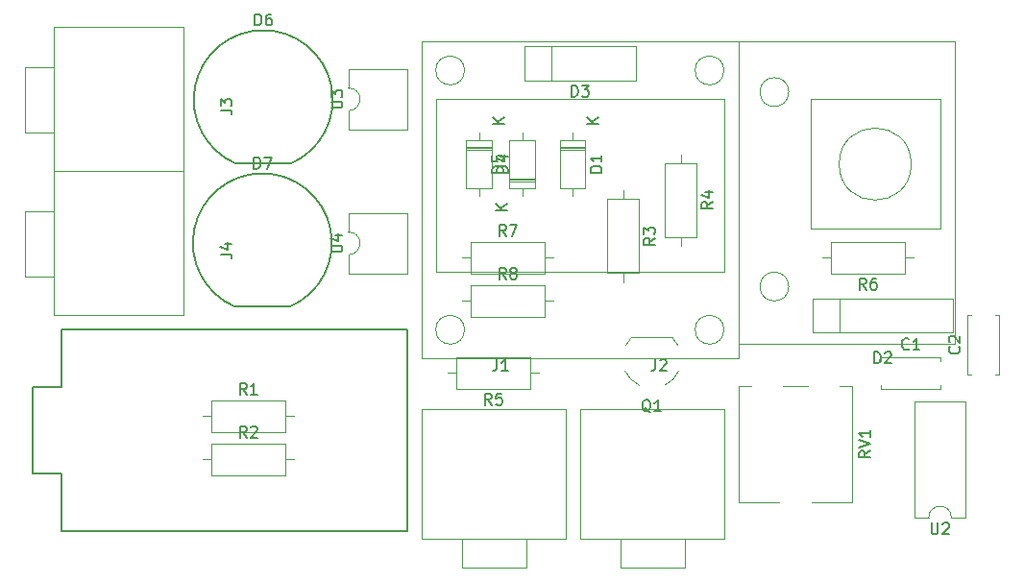
<source format=gbr>
G04 #@! TF.GenerationSoftware,KiCad,Pcbnew,5.1.2-f72e74a~84~ubuntu18.04.1*
G04 #@! TF.CreationDate,2019-05-20T21:08:09+03:00*
G04 #@! TF.ProjectId,manipulyator-v3 (2),6d616e69-7075-46c7-9961-746f722d7633,rev?*
G04 #@! TF.SameCoordinates,Original*
G04 #@! TF.FileFunction,Legend,Top*
G04 #@! TF.FilePolarity,Positive*
%FSLAX45Y45*%
G04 Gerber Fmt 4.5, Leading zero omitted, Abs format (unit mm)*
G04 Created by KiCad (PCBNEW 5.1.2-f72e74a~84~ubuntu18.04.1) date 2019-05-20 21:08:09*
%MOMM*%
%LPD*%
G04 APERTURE LIST*
%ADD10C,0.120000*%
%ADD11C,0.150000*%
G04 APERTURE END LIST*
D10*
X6811500Y2245500D02*
X8047500Y2245500D01*
X8047500Y2245500D02*
X8047500Y1945500D01*
X8047500Y1945500D02*
X6811500Y1945500D01*
X6811500Y1945500D02*
X6811500Y2245500D01*
X7048500Y2245500D02*
X7048500Y1945500D01*
X6159500Y1841500D02*
X6159500Y4508500D01*
X6159500Y4508500D02*
X8064500Y4508500D01*
X8064500Y4508500D02*
X8064500Y1841500D01*
X8064500Y1841500D02*
X6159500Y1841500D01*
X6794500Y4000500D02*
X7937500Y4000500D01*
X7937500Y4000500D02*
X7937500Y2857500D01*
X7937500Y2857500D02*
X6794500Y2857500D01*
X6794500Y2857500D02*
X6794500Y4000500D01*
X7683500Y3429000D02*
G75*
G03X7683500Y3429000I-317500J0D01*
G01*
X6604000Y2349500D02*
G75*
G03X6604000Y2349500I-127000J0D01*
G01*
X6604000Y4064000D02*
G75*
G03X6604000Y4064000I-127000J0D01*
G01*
D11*
X190500Y190500D02*
X3238500Y190500D01*
X190500Y190500D02*
X190500Y698500D01*
X190500Y698500D02*
X-63500Y698500D01*
X-63500Y698500D02*
X-63500Y1460500D01*
X-63500Y1460500D02*
X190500Y1460500D01*
X190500Y1460500D02*
X190500Y1968500D01*
X190500Y1968500D02*
X3238500Y1968500D01*
X3238500Y1968500D02*
X3238500Y190500D01*
D10*
X2724500Y2995500D02*
X2724500Y2830500D01*
X3244500Y2995500D02*
X2724500Y2995500D01*
X3244500Y2465500D02*
X3244500Y2995500D01*
X2724500Y2465500D02*
X3244500Y2465500D01*
X2724500Y2630500D02*
X2724500Y2465500D01*
X2724500Y2830500D02*
G75*
G02X2724500Y2630500I0J-100000D01*
G01*
X2724500Y4265500D02*
X2724500Y4100500D01*
X3244500Y4265500D02*
X2724500Y4265500D01*
X3244500Y3735500D02*
X3244500Y4265500D01*
X2724500Y3735500D02*
X3244500Y3735500D01*
X2724500Y3900500D02*
X2724500Y3735500D01*
X2724500Y4100500D02*
G75*
G02X2724500Y3900500I0J-100000D01*
G01*
X4531500Y2222500D02*
X4454500Y2222500D01*
X3723500Y2222500D02*
X3800500Y2222500D01*
X4454500Y2359500D02*
X3800500Y2359500D01*
X4454500Y2085500D02*
X4454500Y2359500D01*
X3800500Y2085500D02*
X4454500Y2085500D01*
X3800500Y2359500D02*
X3800500Y2085500D01*
X4531500Y2603500D02*
X4454500Y2603500D01*
X3723500Y2603500D02*
X3800500Y2603500D01*
X4454500Y2740500D02*
X3800500Y2740500D01*
X4454500Y2466500D02*
X4454500Y2740500D01*
X3800500Y2466500D02*
X4454500Y2466500D01*
X3800500Y2740500D02*
X3800500Y2466500D01*
X127000Y2438400D02*
X-127000Y2438400D01*
X127000Y3009900D02*
X127000Y2438400D01*
X-127000Y3009900D02*
X127000Y3009900D01*
X-127000Y2438400D02*
X-127000Y3009900D01*
X127000Y3365500D02*
X127000Y2095500D01*
X1270000Y3365500D02*
X127000Y3365500D01*
X1270000Y2095500D02*
X1270000Y3365500D01*
X127000Y2095500D02*
X1270000Y2095500D01*
X127000Y3708400D02*
X-127000Y3708400D01*
X127000Y4279900D02*
X127000Y3708400D01*
X-127000Y4279900D02*
X127000Y4279900D01*
X-127000Y3708400D02*
X-127000Y4279900D01*
X127000Y4635500D02*
X127000Y3365500D01*
X1270000Y4635500D02*
X127000Y4635500D01*
X1270000Y3365500D02*
X1270000Y4635500D01*
X127000Y3365500D02*
X1270000Y3365500D01*
X5689600Y127000D02*
X5689600Y-127000D01*
X5118100Y127000D02*
X5689600Y127000D01*
X5118100Y-127000D02*
X5118100Y127000D01*
X5689600Y-127000D02*
X5118100Y-127000D01*
X4762500Y127000D02*
X6032500Y127000D01*
X4762500Y1270000D02*
X4762500Y127000D01*
X6032500Y1270000D02*
X4762500Y1270000D01*
X6032500Y127000D02*
X6032500Y1270000D01*
D11*
X2204184Y2170791D02*
G75*
G03X1725500Y2170500I-239684J563710D01*
G01*
X2203500Y2170500D02*
X1725500Y2170500D01*
X2212184Y3432790D02*
G75*
G03X1733500Y3432500I-239684J563710D01*
G01*
X2211500Y3432500D02*
X1733500Y3432500D01*
D10*
X4635500Y127000D02*
X4635500Y1270000D01*
X4635500Y1270000D02*
X3365500Y1270000D01*
X3365500Y1270000D02*
X3365500Y127000D01*
X3365500Y127000D02*
X4635500Y127000D01*
X4292600Y-127000D02*
X3721100Y-127000D01*
X3721100Y-127000D02*
X3721100Y127000D01*
X3721100Y127000D02*
X4292600Y127000D01*
X4292600Y127000D02*
X4292600Y-127000D01*
X6521000Y448500D02*
X6161500Y448500D01*
X7165600Y448500D02*
X6806000Y448500D01*
X6271000Y1472500D02*
X6161500Y1472500D01*
X6770900Y1472500D02*
X6556000Y1472500D01*
X7165600Y1472500D02*
X7056100Y1472500D01*
X6161500Y1472500D02*
X6161500Y448500D01*
X7165600Y1472500D02*
X7165600Y448500D01*
X2245500Y1206500D02*
X2168500Y1206500D01*
X1437500Y1206500D02*
X1514500Y1206500D01*
X2168500Y1343500D02*
X1514500Y1343500D01*
X2168500Y1069500D02*
X2168500Y1343500D01*
X1514500Y1069500D02*
X2168500Y1069500D01*
X1514500Y1343500D02*
X1514500Y1069500D01*
X4811000Y3641000D02*
X4587000Y3641000D01*
X4587000Y3641000D02*
X4587000Y3217000D01*
X4587000Y3217000D02*
X4811000Y3217000D01*
X4811000Y3217000D02*
X4811000Y3641000D01*
X4699000Y3706000D02*
X4699000Y3641000D01*
X4699000Y3152000D02*
X4699000Y3217000D01*
X4811000Y3569000D02*
X4587000Y3569000D01*
X4811000Y3557000D02*
X4587000Y3557000D01*
X4811000Y3581000D02*
X4587000Y3581000D01*
X4271500Y4468000D02*
X5253500Y4468000D01*
X5253500Y4468000D02*
X5253500Y4168000D01*
X5253500Y4168000D02*
X4271500Y4168000D01*
X4271500Y4168000D02*
X4271500Y4468000D01*
X4508500Y4468000D02*
X4508500Y4168000D01*
X3365500Y1714500D02*
X6159500Y1714500D01*
X6159500Y1714500D02*
X6159500Y4508500D01*
X6159500Y4508500D02*
X3365500Y4508500D01*
X3365500Y4508500D02*
X3365500Y1714500D01*
X6032500Y1968500D02*
G75*
G03X6032500Y1968500I-127000J0D01*
G01*
X6032500Y4254500D02*
G75*
G03X6032500Y4254500I-127000J0D01*
G01*
X3746500Y4254500D02*
G75*
G03X3746500Y4254500I-127000J0D01*
G01*
X3746500Y1968500D02*
G75*
G03X3746500Y1968500I-127000J0D01*
G01*
X3492500Y4000500D02*
X6032500Y4000500D01*
X6032500Y4000500D02*
X6032500Y2476500D01*
X6032500Y2476500D02*
X3492500Y2476500D01*
X3492500Y2476500D02*
X3492500Y4000500D01*
X7941500Y1482000D02*
X7941500Y1450500D01*
X7941500Y1724500D02*
X7941500Y1693000D01*
X7417500Y1482000D02*
X7417500Y1450500D01*
X7417500Y1724500D02*
X7417500Y1693000D01*
X7417500Y1450500D02*
X7941500Y1450500D01*
X7417500Y1724500D02*
X7941500Y1724500D01*
X8181500Y1575500D02*
X8181500Y2099500D01*
X8455500Y1575500D02*
X8455500Y2099500D01*
X8181500Y1575500D02*
X8213000Y1575500D01*
X8424000Y1575500D02*
X8455500Y1575500D01*
X8181500Y2099500D02*
X8213000Y2099500D01*
X8424000Y2099500D02*
X8455500Y2099500D01*
X3985500Y3641000D02*
X3761500Y3641000D01*
X3761500Y3641000D02*
X3761500Y3217000D01*
X3761500Y3217000D02*
X3985500Y3217000D01*
X3985500Y3217000D02*
X3985500Y3641000D01*
X3873500Y3706000D02*
X3873500Y3641000D01*
X3873500Y3152000D02*
X3873500Y3217000D01*
X3985500Y3569000D02*
X3761500Y3569000D01*
X3985500Y3557000D02*
X3761500Y3557000D01*
X3985500Y3581000D02*
X3761500Y3581000D01*
X4142500Y3277000D02*
X4366500Y3277000D01*
X4142500Y3301000D02*
X4366500Y3301000D01*
X4142500Y3289000D02*
X4366500Y3289000D01*
X4254500Y3706000D02*
X4254500Y3641000D01*
X4254500Y3152000D02*
X4254500Y3217000D01*
X4142500Y3641000D02*
X4142500Y3217000D01*
X4366500Y3641000D02*
X4142500Y3641000D01*
X4366500Y3217000D02*
X4366500Y3641000D01*
X4142500Y3217000D02*
X4366500Y3217000D01*
X5577500Y1899500D02*
X5217500Y1899500D01*
X5629918Y1826779D02*
G75*
G03X5577500Y1899500I-232418J-112280D01*
G01*
X5634220Y1604116D02*
G75*
G02X5511500Y1479500I-236720J110384D01*
G01*
X5161954Y1604663D02*
G75*
G03X5286500Y1479500I235546J109837D01*
G01*
X5165082Y1826779D02*
G75*
G02X5217500Y1899500I232418J-112280D01*
G01*
X2245500Y825500D02*
X2168500Y825500D01*
X1437500Y825500D02*
X1514500Y825500D01*
X2168500Y962500D02*
X1514500Y962500D01*
X2168500Y688500D02*
X2168500Y962500D01*
X1514500Y688500D02*
X2168500Y688500D01*
X1514500Y962500D02*
X1514500Y688500D01*
X5280500Y3121000D02*
X5006500Y3121000D01*
X5006500Y3121000D02*
X5006500Y2467000D01*
X5006500Y2467000D02*
X5280500Y2467000D01*
X5280500Y2467000D02*
X5280500Y3121000D01*
X5143500Y3198000D02*
X5143500Y3121000D01*
X5143500Y2390000D02*
X5143500Y2467000D01*
X5651500Y2707500D02*
X5651500Y2784500D01*
X5651500Y3515500D02*
X5651500Y3438500D01*
X5788500Y2784500D02*
X5788500Y3438500D01*
X5514500Y2784500D02*
X5788500Y2784500D01*
X5514500Y3438500D02*
X5514500Y2784500D01*
X5788500Y3438500D02*
X5514500Y3438500D01*
X4327500Y1450500D02*
X4327500Y1724500D01*
X4327500Y1724500D02*
X3673500Y1724500D01*
X3673500Y1724500D02*
X3673500Y1450500D01*
X3673500Y1450500D02*
X4327500Y1450500D01*
X4404500Y1587500D02*
X4327500Y1587500D01*
X3596500Y1587500D02*
X3673500Y1587500D01*
X7629500Y2466500D02*
X7629500Y2740500D01*
X7629500Y2740500D02*
X6975500Y2740500D01*
X6975500Y2740500D02*
X6975500Y2466500D01*
X6975500Y2466500D02*
X7629500Y2466500D01*
X7706500Y2603500D02*
X7629500Y2603500D01*
X6898500Y2603500D02*
X6975500Y2603500D01*
X7837500Y311500D02*
G75*
G02X8037500Y311500I100000J0D01*
G01*
X8037500Y311500D02*
X8162500Y311500D01*
X8162500Y311500D02*
X8162500Y1339500D01*
X8162500Y1339500D02*
X7712500Y1339500D01*
X7712500Y1339500D02*
X7712500Y311500D01*
X7712500Y311500D02*
X7837500Y311500D01*
D11*
X7355690Y1673262D02*
X7355690Y1773262D01*
X7379500Y1773262D01*
X7393786Y1768500D01*
X7403309Y1758976D01*
X7408071Y1749452D01*
X7412833Y1730405D01*
X7412833Y1716119D01*
X7408071Y1697071D01*
X7403309Y1687548D01*
X7393786Y1678024D01*
X7379500Y1673262D01*
X7355690Y1673262D01*
X7450928Y1763738D02*
X7455690Y1768500D01*
X7465214Y1773262D01*
X7489024Y1773262D01*
X7498548Y1768500D01*
X7503309Y1763738D01*
X7508071Y1754214D01*
X7508071Y1744690D01*
X7503309Y1730405D01*
X7446167Y1673262D01*
X7508071Y1673262D01*
X2569738Y2654310D02*
X2650690Y2654310D01*
X2660214Y2659071D01*
X2664976Y2663833D01*
X2669738Y2673357D01*
X2669738Y2692405D01*
X2664976Y2701929D01*
X2660214Y2706690D01*
X2650690Y2711452D01*
X2569738Y2711452D01*
X2603071Y2801928D02*
X2669738Y2801928D01*
X2564976Y2778119D02*
X2636405Y2754310D01*
X2636405Y2816214D01*
X2569738Y3924309D02*
X2650690Y3924309D01*
X2660214Y3929071D01*
X2664976Y3933833D01*
X2669738Y3943357D01*
X2669738Y3962405D01*
X2664976Y3971928D01*
X2660214Y3976690D01*
X2650690Y3981452D01*
X2569738Y3981452D01*
X2569738Y4019548D02*
X2569738Y4081452D01*
X2607833Y4048119D01*
X2607833Y4062405D01*
X2612595Y4071928D01*
X2617357Y4076690D01*
X2626881Y4081452D01*
X2650690Y4081452D01*
X2660214Y4076690D01*
X2664976Y4071928D01*
X2669738Y4062405D01*
X2669738Y4033833D01*
X2664976Y4024309D01*
X2660214Y4019548D01*
X4110833Y2414262D02*
X4077500Y2461881D01*
X4053690Y2414262D02*
X4053690Y2514262D01*
X4091786Y2514262D01*
X4101309Y2509500D01*
X4106071Y2504738D01*
X4110833Y2495214D01*
X4110833Y2480929D01*
X4106071Y2471405D01*
X4101309Y2466643D01*
X4091786Y2461881D01*
X4053690Y2461881D01*
X4167976Y2471405D02*
X4158452Y2476167D01*
X4153690Y2480929D01*
X4148928Y2490452D01*
X4148928Y2495214D01*
X4153690Y2504738D01*
X4158452Y2509500D01*
X4167976Y2514262D01*
X4187024Y2514262D01*
X4196548Y2509500D01*
X4201310Y2504738D01*
X4206071Y2495214D01*
X4206071Y2490452D01*
X4201310Y2480929D01*
X4196548Y2476167D01*
X4187024Y2471405D01*
X4167976Y2471405D01*
X4158452Y2466643D01*
X4153690Y2461881D01*
X4148928Y2452357D01*
X4148928Y2433310D01*
X4153690Y2423786D01*
X4158452Y2419024D01*
X4167976Y2414262D01*
X4187024Y2414262D01*
X4196548Y2419024D01*
X4201310Y2423786D01*
X4206071Y2433310D01*
X4206071Y2452357D01*
X4201310Y2461881D01*
X4196548Y2466643D01*
X4187024Y2471405D01*
X4110833Y2795262D02*
X4077500Y2842881D01*
X4053690Y2795262D02*
X4053690Y2895262D01*
X4091786Y2895262D01*
X4101309Y2890500D01*
X4106071Y2885738D01*
X4110833Y2876214D01*
X4110833Y2861928D01*
X4106071Y2852405D01*
X4101309Y2847643D01*
X4091786Y2842881D01*
X4053690Y2842881D01*
X4144167Y2895262D02*
X4210833Y2895262D01*
X4167976Y2795262D01*
X1596238Y2633667D02*
X1667667Y2633667D01*
X1681952Y2628905D01*
X1691476Y2619381D01*
X1696238Y2605095D01*
X1696238Y2595571D01*
X1629571Y2724143D02*
X1696238Y2724143D01*
X1591476Y2700333D02*
X1662905Y2676524D01*
X1662905Y2738429D01*
X1596238Y3903667D02*
X1667667Y3903667D01*
X1681952Y3898905D01*
X1691476Y3889381D01*
X1696238Y3875095D01*
X1696238Y3865571D01*
X1596238Y3941762D02*
X1596238Y4003667D01*
X1634333Y3970333D01*
X1634333Y3984619D01*
X1639095Y3994143D01*
X1643857Y3998905D01*
X1653381Y4003667D01*
X1677190Y4003667D01*
X1686714Y3998905D01*
X1691476Y3994143D01*
X1696238Y3984619D01*
X1696238Y3956048D01*
X1691476Y3946524D01*
X1686714Y3941762D01*
X5427667Y1705762D02*
X5427667Y1634333D01*
X5422905Y1620048D01*
X5413381Y1610524D01*
X5399095Y1605762D01*
X5389571Y1605762D01*
X5470524Y1696238D02*
X5475286Y1701000D01*
X5484810Y1705762D01*
X5508619Y1705762D01*
X5518143Y1701000D01*
X5522905Y1696238D01*
X5527667Y1686714D01*
X5527667Y1677190D01*
X5522905Y1662905D01*
X5465762Y1605762D01*
X5527667Y1605762D01*
X1890690Y3389262D02*
X1890690Y3489262D01*
X1914500Y3489262D01*
X1928786Y3484500D01*
X1938309Y3474976D01*
X1943071Y3465452D01*
X1947833Y3446405D01*
X1947833Y3432119D01*
X1943071Y3413071D01*
X1938309Y3403548D01*
X1928786Y3394024D01*
X1914500Y3389262D01*
X1890690Y3389262D01*
X1981167Y3489262D02*
X2047833Y3489262D01*
X2004976Y3389262D01*
X1898690Y4651262D02*
X1898690Y4751262D01*
X1922500Y4751262D01*
X1936786Y4746500D01*
X1946309Y4736976D01*
X1951071Y4727452D01*
X1955833Y4708405D01*
X1955833Y4694119D01*
X1951071Y4675071D01*
X1946309Y4665548D01*
X1936786Y4656024D01*
X1922500Y4651262D01*
X1898690Y4651262D01*
X2041548Y4751262D02*
X2022500Y4751262D01*
X2012976Y4746500D01*
X2008214Y4741738D01*
X1998690Y4727452D01*
X1993928Y4708405D01*
X1993928Y4670310D01*
X1998690Y4660786D01*
X2003452Y4656024D01*
X2012976Y4651262D01*
X2032024Y4651262D01*
X2041548Y4656024D01*
X2046309Y4660786D01*
X2051071Y4670310D01*
X2051071Y4694119D01*
X2046309Y4703643D01*
X2041548Y4708405D01*
X2032024Y4713167D01*
X2012976Y4713167D01*
X2003452Y4708405D01*
X1998690Y4703643D01*
X1993928Y4694119D01*
X4030667Y1705762D02*
X4030667Y1634333D01*
X4025905Y1620048D01*
X4016381Y1610524D01*
X4002095Y1605762D01*
X3992571Y1605762D01*
X4130667Y1605762D02*
X4073524Y1605762D01*
X4102095Y1605762D02*
X4102095Y1705762D01*
X4092571Y1691476D01*
X4083048Y1681952D01*
X4073524Y1677190D01*
X7323738Y900976D02*
X7276119Y867643D01*
X7323738Y843833D02*
X7223738Y843833D01*
X7223738Y881928D01*
X7228500Y891452D01*
X7233262Y896214D01*
X7242786Y900976D01*
X7257071Y900976D01*
X7266595Y896214D01*
X7271357Y891452D01*
X7276119Y881928D01*
X7276119Y843833D01*
X7223738Y929548D02*
X7323738Y962881D01*
X7223738Y996214D01*
X7323738Y1081929D02*
X7323738Y1024786D01*
X7323738Y1053357D02*
X7223738Y1053357D01*
X7238024Y1043833D01*
X7247548Y1034309D01*
X7252309Y1024786D01*
X1824833Y1398262D02*
X1791500Y1445881D01*
X1767690Y1398262D02*
X1767690Y1498262D01*
X1805786Y1498262D01*
X1815309Y1493500D01*
X1820071Y1488738D01*
X1824833Y1479214D01*
X1824833Y1464928D01*
X1820071Y1455405D01*
X1815309Y1450643D01*
X1805786Y1445881D01*
X1767690Y1445881D01*
X1920071Y1398262D02*
X1862928Y1398262D01*
X1891500Y1398262D02*
X1891500Y1498262D01*
X1881976Y1483976D01*
X1872452Y1474452D01*
X1862928Y1469690D01*
X4956238Y3355190D02*
X4856238Y3355190D01*
X4856238Y3379000D01*
X4861000Y3393286D01*
X4870524Y3402809D01*
X4880048Y3407571D01*
X4899095Y3412333D01*
X4913381Y3412333D01*
X4932429Y3407571D01*
X4941952Y3402809D01*
X4951476Y3393286D01*
X4956238Y3379000D01*
X4956238Y3355190D01*
X4956238Y3507571D02*
X4956238Y3450428D01*
X4956238Y3479000D02*
X4856238Y3479000D01*
X4870524Y3469476D01*
X4880048Y3459952D01*
X4884810Y3450428D01*
X4924238Y3783809D02*
X4824238Y3783809D01*
X4924238Y3840952D02*
X4867095Y3798095D01*
X4824238Y3840952D02*
X4881381Y3783809D01*
X4688690Y4022762D02*
X4688690Y4122762D01*
X4712500Y4122762D01*
X4726786Y4118000D01*
X4736310Y4108476D01*
X4741071Y4098952D01*
X4745833Y4079905D01*
X4745833Y4065619D01*
X4741071Y4046571D01*
X4736310Y4037048D01*
X4726786Y4027524D01*
X4712500Y4022762D01*
X4688690Y4022762D01*
X4779167Y4122762D02*
X4841071Y4122762D01*
X4807738Y4084667D01*
X4822024Y4084667D01*
X4831548Y4079905D01*
X4836310Y4075143D01*
X4841071Y4065619D01*
X4841071Y4041809D01*
X4836310Y4032286D01*
X4831548Y4027524D01*
X4822024Y4022762D01*
X4793452Y4022762D01*
X4783929Y4027524D01*
X4779167Y4032286D01*
X7662833Y1801786D02*
X7658071Y1797024D01*
X7643786Y1792262D01*
X7634262Y1792262D01*
X7619976Y1797024D01*
X7610452Y1806548D01*
X7605690Y1816071D01*
X7600928Y1835119D01*
X7600928Y1849405D01*
X7605690Y1868452D01*
X7610452Y1877976D01*
X7619976Y1887500D01*
X7634262Y1892262D01*
X7643786Y1892262D01*
X7658071Y1887500D01*
X7662833Y1882738D01*
X7758071Y1792262D02*
X7700928Y1792262D01*
X7729500Y1792262D02*
X7729500Y1892262D01*
X7719976Y1877976D01*
X7710452Y1868452D01*
X7700928Y1863690D01*
X8104214Y1820833D02*
X8108976Y1816071D01*
X8113738Y1801786D01*
X8113738Y1792262D01*
X8108976Y1777976D01*
X8099452Y1768452D01*
X8089928Y1763690D01*
X8070881Y1758928D01*
X8056595Y1758928D01*
X8037548Y1763690D01*
X8028024Y1768452D01*
X8018500Y1777976D01*
X8013738Y1792262D01*
X8013738Y1801786D01*
X8018500Y1816071D01*
X8023262Y1820833D01*
X8023262Y1858928D02*
X8018500Y1863690D01*
X8013738Y1873214D01*
X8013738Y1897024D01*
X8018500Y1906548D01*
X8023262Y1911309D01*
X8032786Y1916071D01*
X8042309Y1916071D01*
X8056595Y1911309D01*
X8113738Y1854167D01*
X8113738Y1916071D01*
X4130738Y3355190D02*
X4030738Y3355190D01*
X4030738Y3379000D01*
X4035500Y3393286D01*
X4045024Y3402809D01*
X4054548Y3407571D01*
X4073595Y3412333D01*
X4087881Y3412333D01*
X4106928Y3407571D01*
X4116452Y3402809D01*
X4125976Y3393286D01*
X4130738Y3379000D01*
X4130738Y3355190D01*
X4064071Y3498048D02*
X4130738Y3498048D01*
X4025976Y3474238D02*
X4097405Y3450428D01*
X4097405Y3512333D01*
X4098738Y3783809D02*
X3998738Y3783809D01*
X4098738Y3840952D02*
X4041595Y3798095D01*
X3998738Y3840952D02*
X4055881Y3783809D01*
X4087738Y3355190D02*
X3987738Y3355190D01*
X3987738Y3379000D01*
X3992500Y3393286D01*
X4002024Y3402809D01*
X4011548Y3407571D01*
X4030595Y3412333D01*
X4044881Y3412333D01*
X4063928Y3407571D01*
X4073452Y3402809D01*
X4082976Y3393286D01*
X4087738Y3379000D01*
X4087738Y3355190D01*
X3987738Y3502809D02*
X3987738Y3455190D01*
X4035357Y3450428D01*
X4030595Y3455190D01*
X4025833Y3464714D01*
X4025833Y3488524D01*
X4030595Y3498048D01*
X4035357Y3502809D01*
X4044881Y3507571D01*
X4068690Y3507571D01*
X4078214Y3502809D01*
X4082976Y3498048D01*
X4087738Y3488524D01*
X4087738Y3464714D01*
X4082976Y3455190D01*
X4078214Y3450428D01*
X4119738Y3021809D02*
X4019738Y3021809D01*
X4119738Y3078952D02*
X4062595Y3036095D01*
X4019738Y3078952D02*
X4076881Y3021809D01*
X5386976Y1240738D02*
X5377452Y1245500D01*
X5367929Y1255024D01*
X5353643Y1269310D01*
X5344119Y1274071D01*
X5334595Y1274071D01*
X5339357Y1250262D02*
X5329833Y1255024D01*
X5320310Y1264548D01*
X5315548Y1283595D01*
X5315548Y1316929D01*
X5320310Y1335976D01*
X5329833Y1345500D01*
X5339357Y1350262D01*
X5358405Y1350262D01*
X5367929Y1345500D01*
X5377452Y1335976D01*
X5382214Y1316929D01*
X5382214Y1283595D01*
X5377452Y1264548D01*
X5367929Y1255024D01*
X5358405Y1250262D01*
X5339357Y1250262D01*
X5477452Y1250262D02*
X5420310Y1250262D01*
X5448881Y1250262D02*
X5448881Y1350262D01*
X5439357Y1335976D01*
X5429833Y1326452D01*
X5420310Y1321690D01*
X1824833Y1017262D02*
X1791500Y1064881D01*
X1767690Y1017262D02*
X1767690Y1117262D01*
X1805786Y1117262D01*
X1815309Y1112500D01*
X1820071Y1107738D01*
X1824833Y1098214D01*
X1824833Y1083929D01*
X1820071Y1074405D01*
X1815309Y1069643D01*
X1805786Y1064881D01*
X1767690Y1064881D01*
X1862928Y1107738D02*
X1867690Y1112500D01*
X1877214Y1117262D01*
X1901024Y1117262D01*
X1910548Y1112500D01*
X1915309Y1107738D01*
X1920071Y1098214D01*
X1920071Y1088690D01*
X1915309Y1074405D01*
X1858167Y1017262D01*
X1920071Y1017262D01*
X5425738Y2777333D02*
X5378119Y2744000D01*
X5425738Y2720190D02*
X5325738Y2720190D01*
X5325738Y2758286D01*
X5330500Y2767810D01*
X5335262Y2772571D01*
X5344786Y2777333D01*
X5359071Y2777333D01*
X5368595Y2772571D01*
X5373357Y2767810D01*
X5378119Y2758286D01*
X5378119Y2720190D01*
X5325738Y2810667D02*
X5325738Y2872571D01*
X5363833Y2839238D01*
X5363833Y2853524D01*
X5368595Y2863048D01*
X5373357Y2867809D01*
X5382881Y2872571D01*
X5406690Y2872571D01*
X5416214Y2867809D01*
X5420976Y2863048D01*
X5425738Y2853524D01*
X5425738Y2824952D01*
X5420976Y2815428D01*
X5416214Y2810667D01*
X5933738Y3094833D02*
X5886119Y3061500D01*
X5933738Y3037690D02*
X5833738Y3037690D01*
X5833738Y3075786D01*
X5838500Y3085309D01*
X5843262Y3090071D01*
X5852786Y3094833D01*
X5867071Y3094833D01*
X5876595Y3090071D01*
X5881357Y3085309D01*
X5886119Y3075786D01*
X5886119Y3037690D01*
X5867071Y3180548D02*
X5933738Y3180548D01*
X5828976Y3156738D02*
X5900405Y3132928D01*
X5900405Y3194833D01*
X3983833Y1305262D02*
X3950500Y1352881D01*
X3926690Y1305262D02*
X3926690Y1405262D01*
X3964786Y1405262D01*
X3974309Y1400500D01*
X3979071Y1395738D01*
X3983833Y1386214D01*
X3983833Y1371929D01*
X3979071Y1362405D01*
X3974309Y1357643D01*
X3964786Y1352881D01*
X3926690Y1352881D01*
X4074309Y1405262D02*
X4026690Y1405262D01*
X4021928Y1357643D01*
X4026690Y1362405D01*
X4036214Y1367167D01*
X4060024Y1367167D01*
X4069548Y1362405D01*
X4074309Y1357643D01*
X4079071Y1348119D01*
X4079071Y1324310D01*
X4074309Y1314786D01*
X4069548Y1310024D01*
X4060024Y1305262D01*
X4036214Y1305262D01*
X4026690Y1310024D01*
X4021928Y1314786D01*
X7285833Y2321262D02*
X7252500Y2368881D01*
X7228690Y2321262D02*
X7228690Y2421262D01*
X7266786Y2421262D01*
X7276309Y2416500D01*
X7281071Y2411738D01*
X7285833Y2402214D01*
X7285833Y2387929D01*
X7281071Y2378405D01*
X7276309Y2373643D01*
X7266786Y2368881D01*
X7228690Y2368881D01*
X7371548Y2421262D02*
X7352500Y2421262D01*
X7342976Y2416500D01*
X7338214Y2411738D01*
X7328690Y2397452D01*
X7323928Y2378405D01*
X7323928Y2340310D01*
X7328690Y2330786D01*
X7333452Y2326024D01*
X7342976Y2321262D01*
X7362024Y2321262D01*
X7371548Y2326024D01*
X7376309Y2330786D01*
X7381071Y2340310D01*
X7381071Y2364119D01*
X7376309Y2373643D01*
X7371548Y2378405D01*
X7362024Y2383167D01*
X7342976Y2383167D01*
X7333452Y2378405D01*
X7328690Y2373643D01*
X7323928Y2364119D01*
X7861309Y266262D02*
X7861309Y185309D01*
X7866071Y175786D01*
X7870833Y171024D01*
X7880357Y166262D01*
X7899405Y166262D01*
X7908928Y171024D01*
X7913690Y175786D01*
X7918452Y185309D01*
X7918452Y266262D01*
X7961309Y256738D02*
X7966071Y261500D01*
X7975595Y266262D01*
X7999405Y266262D01*
X8008928Y261500D01*
X8013690Y256738D01*
X8018452Y247214D01*
X8018452Y237690D01*
X8013690Y223405D01*
X7956548Y166262D01*
X8018452Y166262D01*
M02*

</source>
